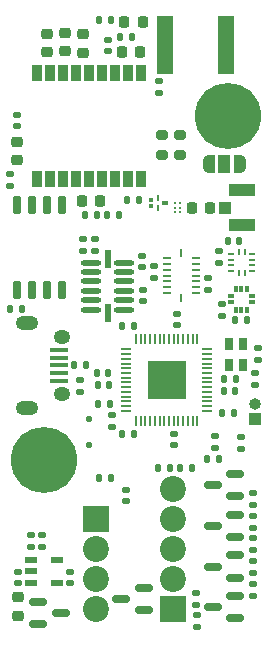
<source format=gbr>
%TF.GenerationSoftware,KiCad,Pcbnew,8.0.0*%
%TF.CreationDate,2024-06-24T23:08:17-07:00*%
%TF.ProjectId,lyrav3r2,6c797261-7633-4723-922e-6b696361645f,rev?*%
%TF.SameCoordinates,Original*%
%TF.FileFunction,Soldermask,Bot*%
%TF.FilePolarity,Negative*%
%FSLAX46Y46*%
G04 Gerber Fmt 4.6, Leading zero omitted, Abs format (unit mm)*
G04 Created by KiCad (PCBNEW 8.0.0) date 2024-06-24 23:08:17*
%MOMM*%
%LPD*%
G01*
G04 APERTURE LIST*
G04 Aperture macros list*
%AMRoundRect*
0 Rectangle with rounded corners*
0 $1 Rounding radius*
0 $2 $3 $4 $5 $6 $7 $8 $9 X,Y pos of 4 corners*
0 Add a 4 corners polygon primitive as box body*
4,1,4,$2,$3,$4,$5,$6,$7,$8,$9,$2,$3,0*
0 Add four circle primitives for the rounded corners*
1,1,$1+$1,$2,$3*
1,1,$1+$1,$4,$5*
1,1,$1+$1,$6,$7*
1,1,$1+$1,$8,$9*
0 Add four rect primitives between the rounded corners*
20,1,$1+$1,$2,$3,$4,$5,0*
20,1,$1+$1,$4,$5,$6,$7,0*
20,1,$1+$1,$6,$7,$8,$9,0*
20,1,$1+$1,$8,$9,$2,$3,0*%
%AMFreePoly0*
4,1,19,0.000000,0.744911,0.071157,0.744911,0.207708,0.704816,0.327430,0.627875,0.420627,0.520320,0.479746,0.390866,0.500000,0.250000,0.500000,-0.250000,0.479746,-0.390866,0.420627,-0.520320,0.327430,-0.627875,0.207708,-0.704816,0.071157,-0.744911,0.000000,-0.744911,0.000000,-0.750000,-0.550000,-0.750000,-0.550000,0.750000,0.000000,0.750000,0.000000,0.744911,0.000000,0.744911,
$1*%
%AMFreePoly1*
4,1,19,0.550000,-0.750000,0.000000,-0.750000,0.000000,-0.744911,-0.071157,-0.744911,-0.207708,-0.704816,-0.327430,-0.627875,-0.420627,-0.520320,-0.479746,-0.390866,-0.500000,-0.250000,-0.500000,0.250000,-0.479746,0.390866,-0.420627,0.520320,-0.327430,0.627875,-0.207708,0.704816,-0.071157,0.744911,0.000000,0.744911,0.000000,0.750000,0.550000,0.750000,0.550000,-0.750000,0.550000,-0.750000,
$1*%
G04 Aperture macros list end*
%ADD10O,1.000000X1.000000*%
%ADD11R,1.000000X1.000000*%
%ADD12C,2.200000*%
%ADD13R,2.200000X2.200000*%
%ADD14C,5.600000*%
%ADD15R,1.400000X5.000000*%
%ADD16RoundRect,0.140000X0.170000X-0.140000X0.170000X0.140000X-0.170000X0.140000X-0.170000X-0.140000X0*%
%ADD17RoundRect,0.140000X-0.170000X0.140000X-0.170000X-0.140000X0.170000X-0.140000X0.170000X0.140000X0*%
%ADD18RoundRect,0.135000X0.185000X-0.135000X0.185000X0.135000X-0.185000X0.135000X-0.185000X-0.135000X0*%
%ADD19RoundRect,0.225000X0.250000X-0.225000X0.250000X0.225000X-0.250000X0.225000X-0.250000X-0.225000X0*%
%ADD20RoundRect,0.140000X0.140000X0.170000X-0.140000X0.170000X-0.140000X-0.170000X0.140000X-0.170000X0*%
%ADD21RoundRect,0.135000X-0.135000X-0.185000X0.135000X-0.185000X0.135000X0.185000X-0.135000X0.185000X0*%
%ADD22RoundRect,0.150000X0.587500X0.150000X-0.587500X0.150000X-0.587500X-0.150000X0.587500X-0.150000X0*%
%ADD23RoundRect,0.135000X0.135000X0.185000X-0.135000X0.185000X-0.135000X-0.185000X0.135000X-0.185000X0*%
%ADD24RoundRect,0.135000X-0.185000X0.135000X-0.185000X-0.135000X0.185000X-0.135000X0.185000X0.135000X0*%
%ADD25FreePoly0,0.000000*%
%ADD26R,1.000000X1.500000*%
%ADD27FreePoly1,0.000000*%
%ADD28RoundRect,0.140000X-0.140000X-0.170000X0.140000X-0.170000X0.140000X0.170000X-0.140000X0.170000X0*%
%ADD29R,0.300000X0.500000*%
%ADD30R,0.500000X0.300000*%
%ADD31RoundRect,0.150000X-0.150000X0.650000X-0.150000X-0.650000X0.150000X-0.650000X0.150000X0.650000X0*%
%ADD32R,0.200000X0.200000*%
%ADD33RoundRect,0.125000X0.125000X-0.125000X0.125000X0.125000X-0.125000X0.125000X-0.125000X-0.125000X0*%
%ADD34R,0.250000X0.520000*%
%ADD35R,0.420000X0.320000*%
%ADD36R,0.500000X0.320000*%
%ADD37R,0.800000X1.000000*%
%ADD38R,3.200000X3.200000*%
%ADD39RoundRect,0.050000X-0.387500X0.050000X-0.387500X-0.050000X0.387500X-0.050000X0.387500X0.050000X0*%
%ADD40RoundRect,0.050000X-0.050000X0.387500X-0.050000X-0.387500X0.050000X-0.387500X0.050000X0.387500X0*%
%ADD41RoundRect,0.200000X0.275000X-0.200000X0.275000X0.200000X-0.275000X0.200000X-0.275000X-0.200000X0*%
%ADD42R,2.200000X1.050000*%
%ADD43R,1.050000X1.000000*%
%ADD44RoundRect,0.225000X-0.225000X-0.250000X0.225000X-0.250000X0.225000X0.250000X-0.225000X0.250000X0*%
%ADD45RoundRect,0.225000X-0.250000X0.225000X-0.250000X-0.225000X0.250000X-0.225000X0.250000X0.225000X0*%
%ADD46RoundRect,0.218750X0.218750X0.256250X-0.218750X0.256250X-0.218750X-0.256250X0.218750X-0.256250X0*%
%ADD47R,0.250000X0.800000*%
%ADD48R,0.800000X0.250000*%
%ADD49O,1.900000X1.200000*%
%ADD50O,1.400000X1.200000*%
%ADD51R,1.600000X0.400000*%
%ADD52R,0.600000X1.550000*%
%ADD53O,1.770000X0.450000*%
%ADD54RoundRect,0.150000X-0.587500X-0.150000X0.587500X-0.150000X0.587500X0.150000X-0.587500X0.150000X0*%
%ADD55R,1.000000X0.600000*%
%ADD56RoundRect,0.147500X-0.147500X-0.172500X0.147500X-0.172500X0.147500X0.172500X-0.147500X0.172500X0*%
%ADD57R,0.280000X0.500000*%
%ADD58R,0.500000X0.280000*%
%ADD59R,0.850000X1.450000*%
G04 APERTURE END LIST*
D10*
%TO.C,BZ1*%
X21200000Y19745000D03*
D11*
X21200000Y18475000D03*
%TD*%
D12*
%TO.C,J6*%
X14307400Y12516200D03*
X14307400Y9976200D03*
X14307400Y7436200D03*
X14307400Y4896200D03*
D13*
X14307400Y2356200D03*
%TD*%
D14*
%TO.C,H1*%
X18930200Y44088400D03*
%TD*%
D12*
%TO.C,J2*%
X7779600Y2381600D03*
X7779600Y4921600D03*
X7779600Y7461600D03*
D13*
X7779600Y10001600D03*
%TD*%
D14*
%TO.C,H2*%
X3360000Y15005400D03*
%TD*%
D15*
%TO.C,AE3*%
X18750000Y50175000D03*
X13650000Y50175000D03*
%TD*%
D16*
%TO.C,C10*%
X1050000Y44205000D03*
X1050000Y43245000D03*
%TD*%
D17*
%TO.C,C29*%
X13100000Y46095000D03*
X13100000Y47055000D03*
%TD*%
D18*
%TO.C,R18*%
X6434107Y21763093D03*
X6434107Y20743093D03*
%TD*%
D19*
%TO.C,C35*%
X3625000Y51100000D03*
X3625000Y49550000D03*
%TD*%
D17*
%TO.C,C3*%
X10345000Y11528200D03*
X10345000Y12488200D03*
%TD*%
D20*
%TO.C,C18*%
X7970000Y19709100D03*
X8930000Y19709100D03*
%TD*%
D21*
%TO.C,R28*%
X19460000Y19025000D03*
X18440000Y19025000D03*
%TD*%
D22*
%TO.C,Q4*%
X17687900Y12911300D03*
X19562900Y11961300D03*
X19562900Y13861300D03*
%TD*%
D23*
%TO.C,R30*%
X8730000Y35725000D03*
X9750000Y35725000D03*
%TD*%
D18*
%TO.C,R2*%
X2250000Y8625000D03*
X2250000Y7605000D03*
%TD*%
D24*
%TO.C,R13*%
X6700000Y32665000D03*
X6700000Y33685000D03*
%TD*%
D23*
%TO.C,R3*%
X7990000Y13475000D03*
X9010000Y13475000D03*
%TD*%
D16*
%TO.C,C24*%
X14600000Y27355000D03*
X14600000Y26395000D03*
%TD*%
D17*
%TO.C,C1*%
X17279200Y29435200D03*
X17279200Y30395200D03*
%TD*%
D25*
%TO.C,JP1*%
X19942500Y40032500D03*
D26*
X18642500Y40032500D03*
D27*
X17342500Y40032500D03*
%TD*%
D22*
%TO.C,Q9*%
X17675000Y2575000D03*
X19550000Y1625000D03*
X19550000Y3525000D03*
%TD*%
D28*
%TO.C,C12*%
X20513848Y26871731D03*
X19553848Y26871731D03*
%TD*%
D29*
%TO.C,U3*%
X19584648Y27728931D03*
X20084648Y27728931D03*
X20584648Y27728931D03*
D30*
X20954648Y28348931D03*
X20954648Y28848931D03*
D29*
X20584648Y29468931D03*
X20084648Y29468931D03*
X19584648Y29468931D03*
D30*
X19214648Y28848931D03*
X19214648Y28348931D03*
%TD*%
D21*
%TO.C,R15*%
X6910000Y23025000D03*
X5890000Y23025000D03*
%TD*%
D31*
%TO.C,U9*%
X1045000Y29425000D03*
X2315000Y29425000D03*
X3585000Y29425000D03*
X4855000Y29425000D03*
X4855000Y36625000D03*
X3585000Y36625000D03*
X2315000Y36625000D03*
X1045000Y36625000D03*
%TD*%
D18*
%TO.C,R20*%
X21050000Y6475000D03*
X21050000Y5455000D03*
%TD*%
%TO.C,R16*%
X7700000Y33685000D03*
X7700000Y32665000D03*
%TD*%
D20*
%TO.C,C28*%
X6870000Y35745000D03*
X7830000Y35745000D03*
%TD*%
D28*
%TO.C,C21*%
X19588000Y21842700D03*
X18628000Y21842700D03*
%TD*%
D32*
%TO.C,U10*%
X14850000Y35975000D03*
X14850000Y36375000D03*
X14850000Y36775000D03*
X14450000Y36775000D03*
X14450000Y36375000D03*
X14450000Y35975000D03*
%TD*%
D24*
%TO.C,R1*%
X21250000Y21315000D03*
X21250000Y22335000D03*
%TD*%
D20*
%TO.C,C33*%
X10420000Y37025000D03*
X11380000Y37025000D03*
%TD*%
D17*
%TO.C,C4*%
X18408248Y27227331D03*
X18408248Y28187331D03*
%TD*%
D33*
%TO.C,D1*%
X7195400Y18487200D03*
X7195400Y16287200D03*
%TD*%
D18*
%TO.C,R24*%
X21050000Y10275000D03*
X21050000Y9255000D03*
%TD*%
D22*
%TO.C,Q5*%
X17650000Y5975000D03*
X19525000Y5025000D03*
X19525000Y6925000D03*
%TD*%
D24*
%TO.C,R17*%
X20029305Y15917116D03*
X20029305Y16937116D03*
%TD*%
D34*
%TO.C,FL1*%
X13040000Y37155000D03*
D35*
X12450000Y37055000D03*
X12450000Y36475000D03*
D34*
X13040000Y36375000D03*
D36*
X13630000Y36765000D03*
%TD*%
D18*
%TO.C,R21*%
X21060000Y8375000D03*
X21060000Y7355000D03*
%TD*%
D20*
%TO.C,C23*%
X10002800Y17169100D03*
X10962800Y17169100D03*
%TD*%
D37*
%TO.C,X2*%
X19026800Y24825500D03*
X19026800Y23025500D03*
X20226800Y23025500D03*
X20226800Y24825500D03*
%TD*%
D17*
%TO.C,C14*%
X8800000Y49645000D03*
X8800000Y50605000D03*
%TD*%
D20*
%TO.C,C17*%
X7820000Y22350700D03*
X8780000Y22350700D03*
%TD*%
D17*
%TO.C,C2*%
X12650000Y30440000D03*
X12650000Y31400000D03*
%TD*%
D28*
%TO.C,C16*%
X19530000Y20877500D03*
X18570000Y20877500D03*
%TD*%
D38*
%TO.C,U8*%
X13750000Y21775000D03*
D39*
X10312500Y24375000D03*
X10312500Y23975000D03*
X10312500Y23575000D03*
X10312500Y23175000D03*
X10312500Y22775000D03*
X10312500Y22375000D03*
X10312500Y21975000D03*
X10312500Y21575000D03*
X10312500Y21175000D03*
X10312500Y20775000D03*
X10312500Y20375000D03*
X10312500Y19975000D03*
X10312500Y19575000D03*
X10312500Y19175000D03*
D40*
X11150000Y18337500D03*
X11550000Y18337500D03*
X11950000Y18337500D03*
X12350000Y18337500D03*
X12750000Y18337500D03*
X13150000Y18337500D03*
X13550000Y18337500D03*
X13950000Y18337500D03*
X14350000Y18337500D03*
X14750000Y18337500D03*
X15150000Y18337500D03*
X15550000Y18337500D03*
X15950000Y18337500D03*
X16350000Y18337500D03*
D39*
X17187500Y19175000D03*
X17187500Y19575000D03*
X17187500Y19975000D03*
X17187500Y20375000D03*
X17187500Y20775000D03*
X17187500Y21175000D03*
X17187500Y21575000D03*
X17187500Y21975000D03*
X17187500Y22375000D03*
X17187500Y22775000D03*
X17187500Y23175000D03*
X17187500Y23575000D03*
X17187500Y23975000D03*
X17187500Y24375000D03*
D40*
X16350000Y25212500D03*
X15950000Y25212500D03*
X15550000Y25212500D03*
X15150000Y25212500D03*
X14750000Y25212500D03*
X14350000Y25212500D03*
X13950000Y25212500D03*
X13550000Y25212500D03*
X13150000Y25212500D03*
X12750000Y25212500D03*
X12350000Y25212500D03*
X11950000Y25212500D03*
X11550000Y25212500D03*
X11150000Y25212500D03*
%TD*%
D21*
%TO.C,R29*%
X9010000Y52225000D03*
X7990000Y52225000D03*
%TD*%
D41*
%TO.C,R19*%
X13350000Y42500000D03*
X13350000Y40850000D03*
%TD*%
D24*
%TO.C,R10*%
X17850000Y16015000D03*
X17850000Y17035000D03*
%TD*%
D42*
%TO.C,AE2*%
X20170000Y34866800D03*
X20170000Y37866800D03*
D43*
X18670000Y36366800D03*
%TD*%
D22*
%TO.C,Q2*%
X17650000Y9425000D03*
X19525000Y8475000D03*
X19525000Y10375000D03*
%TD*%
D23*
%TO.C,R26*%
X14890000Y14325000D03*
X15910000Y14325000D03*
%TD*%
%TO.C,R27*%
X12990000Y14325000D03*
X14010000Y14325000D03*
%TD*%
D44*
%TO.C,C30*%
X8125000Y36975000D03*
X6575000Y36975000D03*
%TD*%
D45*
%TO.C,C7*%
X1124800Y1835200D03*
X1124800Y3385200D03*
%TD*%
D18*
%TO.C,R25*%
X21050000Y12185000D03*
X21050000Y11165000D03*
%TD*%
D44*
%TO.C,C34*%
X11525000Y49550000D03*
X9975000Y49550000D03*
%TD*%
D41*
%TO.C,R9*%
X14850000Y42500000D03*
X14850000Y40850000D03*
%TD*%
D46*
%TO.C,L4*%
X15862500Y36375000D03*
X17437500Y36375000D03*
%TD*%
D45*
%TO.C,C11*%
X1050000Y40400000D03*
X1050000Y41950000D03*
%TD*%
D47*
%TO.C,U2*%
X15000000Y32530000D03*
D48*
X16200000Y32120000D03*
X16200000Y31620000D03*
X16200000Y31120000D03*
X16200000Y30620000D03*
X16200000Y30120000D03*
X16200000Y29620000D03*
X16200000Y29120000D03*
D47*
X15000000Y28710000D03*
D48*
X13800000Y29120000D03*
X13800000Y29620000D03*
X13800000Y30120000D03*
X13800000Y30620000D03*
X13800000Y31120000D03*
X13800000Y31620000D03*
X13800000Y32120000D03*
%TD*%
D19*
%TO.C,C31*%
X5125000Y51150000D03*
X5125000Y49600000D03*
%TD*%
D24*
%TO.C,R12*%
X21060000Y3465000D03*
X21060000Y4485000D03*
%TD*%
D20*
%TO.C,C9*%
X18932800Y33547400D03*
X19892800Y33547400D03*
%TD*%
D17*
%TO.C,C13*%
X21450000Y23495000D03*
X21450000Y24455000D03*
%TD*%
D46*
%TO.C,D4*%
X10162500Y52075000D03*
X11737500Y52075000D03*
%TD*%
D20*
%TO.C,C25*%
X9984900Y26388600D03*
X10944900Y26388600D03*
%TD*%
D17*
%TO.C,C19*%
X9099700Y17834700D03*
X9099700Y18794700D03*
%TD*%
%TO.C,C50*%
X11650000Y31345000D03*
X11650000Y32305000D03*
%TD*%
%TO.C,C8*%
X18207500Y31725000D03*
X18207500Y32685000D03*
%TD*%
D49*
%TO.C,J7*%
X1952500Y26625000D03*
X1952500Y19425000D03*
D50*
X4852500Y20605000D03*
X4852500Y25445000D03*
D51*
X4612500Y24325000D03*
X4602500Y23675000D03*
X4602500Y23025000D03*
X4602500Y22375000D03*
X4602500Y21725000D03*
%TD*%
D20*
%TO.C,C26*%
X7920000Y21385500D03*
X8880000Y21385500D03*
%TD*%
D52*
%TO.C,U5*%
X8750000Y32025000D03*
D53*
X7340000Y31725000D03*
X7340000Y30925000D03*
X7340000Y30125000D03*
X7340000Y29325000D03*
X7340000Y28525000D03*
X7340000Y27725000D03*
D52*
X8750000Y27425000D03*
D53*
X10160000Y27725000D03*
X10160000Y28525000D03*
X10160000Y29325000D03*
X10160000Y30125000D03*
X10160000Y30925000D03*
X10160000Y31725000D03*
%TD*%
D24*
%TO.C,R23*%
X16339400Y830200D03*
X16339400Y1850200D03*
%TD*%
D16*
%TO.C,C32*%
X11750000Y29400000D03*
X11750000Y28440000D03*
%TD*%
D54*
%TO.C,Q3*%
X4766000Y2065000D03*
X2891000Y3015000D03*
X2891000Y1115000D03*
%TD*%
D24*
%TO.C,R22*%
X16200000Y2715000D03*
X16200000Y3735000D03*
%TD*%
D19*
%TO.C,C20*%
X6700000Y51050000D03*
X6700000Y49500000D03*
%TD*%
D17*
%TO.C,C22*%
X14400000Y16245000D03*
X14400000Y17205000D03*
%TD*%
D55*
%TO.C,U6*%
X4450000Y4625000D03*
X4450000Y6525000D03*
X2250000Y6525000D03*
X2250000Y5575000D03*
X2250000Y4625000D03*
%TD*%
D56*
%TO.C,L1*%
X10785000Y50825000D03*
X9815000Y50825000D03*
%TD*%
D57*
%TO.C,U4*%
X19857500Y30845000D03*
X20357500Y30845000D03*
D58*
X20987500Y30975000D03*
X20987500Y31475000D03*
X20987500Y31975000D03*
X20987500Y32475000D03*
D57*
X20357500Y32605000D03*
X19857500Y32605000D03*
D58*
X19227500Y32475000D03*
X19227500Y31975000D03*
X19227500Y31475000D03*
X19227500Y30975000D03*
%TD*%
D16*
%TO.C,C6*%
X1150000Y5555000D03*
X1150000Y4595000D03*
%TD*%
D59*
%TO.C,IC1*%
X2800000Y38775000D03*
X3900000Y38775000D03*
X5000000Y38775000D03*
X6100000Y38775000D03*
X7200000Y38775000D03*
X8300000Y38775000D03*
X9400000Y38775000D03*
X10500000Y38775000D03*
X11600000Y38775000D03*
X11600000Y47775000D03*
X10500000Y47775000D03*
X9400000Y47775000D03*
X8300000Y47775000D03*
X7200000Y47775000D03*
X6100000Y47775000D03*
X5000000Y47775000D03*
X3900000Y47775000D03*
X2800000Y47775000D03*
%TD*%
D20*
%TO.C,C27*%
X520000Y27775000D03*
X1480000Y27775000D03*
%TD*%
D21*
%TO.C,R11*%
X18160000Y15125000D03*
X17140000Y15125000D03*
%TD*%
D22*
%TO.C,Q1*%
X9915500Y3245200D03*
X11790500Y2295200D03*
X11790500Y4195200D03*
%TD*%
D18*
%TO.C,R14*%
X500000Y39185000D03*
X500000Y38165000D03*
%TD*%
D16*
%TO.C,C5*%
X5600000Y5555000D03*
X5600000Y4595000D03*
%TD*%
D24*
%TO.C,R4*%
X3215200Y7598700D03*
X3215200Y8618700D03*
%TD*%
M02*

</source>
